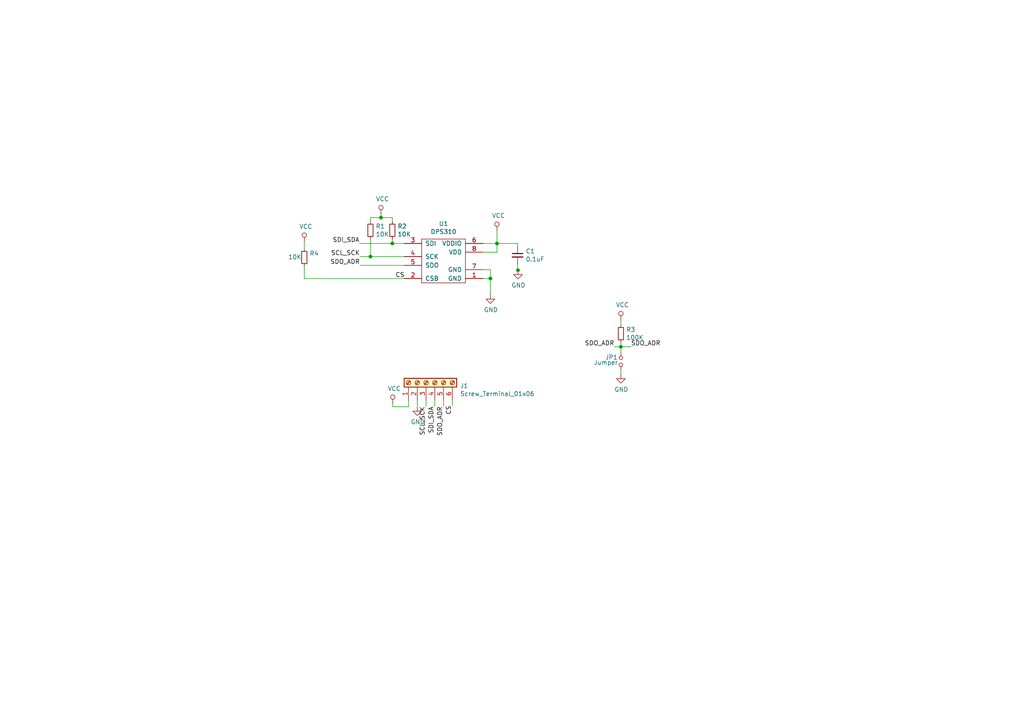
<source format=kicad_sch>
(kicad_sch (version 20211123) (generator eeschema)
  (paper "A4")
  (title_block (title "Croquette DPS310\r is optional and will set\rthe address to 0x76 instead\rDSP310") (date "2020-01-10") (rev "1.0") (company "Electronic Cats") (comment 4 "Andres Sabas"))
  (lib_symbols
    (symbol "DPS310-rescue:C_Small-Device" (pin_numbers hide) (pin_names (offset 0.254) hide)
      (property "Reference" "C" (at 0.254 1.778 0))
      (property "Value" "C_Small-Device" (at 0.254 -2.032 0))
      (symbol "C_Small-Device_0_1"
        (polyline (pts (xy -1.524 -0.508) (xy 1.524 -0.508)) (stroke (width 0.3302)))
        (polyline (pts (xy -1.524 0.508) (xy 1.524 0.508)) (stroke (width 0.3048)))
      )
      (symbol "C_Small-Device_1_1"
        (pin passive line (at 0 2.54 270) (length 2.032) (name "~") (number "1"))
        (pin passive line (at 0 -2.54 90) (length 2.032) (name "~") (number "2"))
      )
    )
    (symbol "DPS310-rescue:DPS310-electroniccats" (pin_names (offset 1.016))
      (property "Reference" "U" (at 5.08 -10.16 0))
      (property "Value" "DPS310-electroniccats" (at 0 5.08 0))
      (symbol "DPS310-electroniccats_0_1"
        (rectangle (start -6.35 3.81) (end 6.35 -8.89))
      )
      (symbol "DPS310-electroniccats_1_1"
        (pin input line (at 11.43 -7.62 180) (length 5.08) (name "GND") (number "1"))
        (pin input line (at -11.43 -7.62 0) (length 5.08) (name "CSB") (number "2"))
        (pin input line (at -11.43 2.54 0) (length 5.08) (name "SDI") (number "3"))
        (pin input line (at -11.43 -1.27 0) (length 5.08) (name "SCK") (number "4"))
        (pin input line (at -11.43 -3.81 0) (length 5.08) (name "SDO") (number "5"))
        (pin input line (at 11.43 2.54 180) (length 5.08) (name "VDDIO") (number "6"))
        (pin input line (at 11.43 -5.08 180) (length 5.08) (name "GND") (number "7"))
        (pin input line (at 11.43 0 180) (length 5.08) (name "VDD") (number "8"))
      )
    )
    (symbol "DPS310-rescue:GND-power" (power) (pin_names (offset 0))
      (property "Value" "GND-power" (at 0 -3.81 0))
      (symbol "GND-power_0_1"
        (polyline (pts (xy 0 0) (xy 0 -1.27) (xy 1.27 -1.27) (xy 0 -2.54) (xy -1.27 -1.27) (xy 0 -1.27)))
      )
      (symbol "GND-power_1_1"
        (pin power_in line (at 0 0 270) (length 0) hide (name "GND") (number "1"))
      )
    )
    (symbol "DPS310-rescue:Jumper_NO_Small-Device" (pin_numbers hide) (pin_names (offset 0.762) hide)
      (property "Reference" "JP" (at 0 2.032 0))
      (property "Value" "Jumper_NO_Small-Device" (at 0.254 -1.524 0))
      (symbol "Jumper_NO_Small-Device_0_1"
        (circle (center -1.016 0) (radius 0.508))
        (circle (center 1.016 0) (radius 0.508))
        (pin passive line (at -2.54 0 0) (length 1.016) (name "1") (number "1"))
        (pin passive line (at 2.54 0 180) (length 1.016) (name "2") (number "2"))
      )
    )
    (symbol "DPS310-rescue:R_Small-Device" (pin_numbers hide) (pin_names (offset 0.254) hide)
      (property "Reference" "R" (at 0.762 0.508 0))
      (property "Value" "R_Small-Device" (at 0.762 -1.016 0))
      (symbol "R_Small-Device_0_1"
        (rectangle (start -0.762 1.778) (end 0.762 -1.778) (stroke (width 0.2032)))
      )
      (symbol "R_Small-Device_1_1"
        (pin passive line (at 0 2.54 270) (length 0.762) (name "~") (number "1"))
        (pin passive line (at 0 -2.54 90) (length 0.762) (name "~") (number "2"))
      )
    )
    (symbol "DPS310-rescue:Screw_Terminal_01x06-Connector" (pin_names (offset 1.016) hide)
      (property "Reference" "J" (at 0 7.62 0))
      (property "Value" "Screw_Terminal_01x06-Connector" (at 0 -10.16 0))
      (symbol "Screw_Terminal_01x06-Connector_1_1"
        (rectangle (start -1.27 6.35) (end 1.27 -8.89) (stroke (width 0.254)) (fill (type background)))
        (circle (center 0 -7.62) (radius 0.635) (stroke (width 0.1524)))
        (circle (center 0 -5.08) (radius 0.635) (stroke (width 0.1524)))
        (circle (center 0 -2.54) (radius 0.635) (stroke (width 0.1524)))
        (polyline (pts (xy -0.5334 -7.2898) (xy 0.3302 -8.128)) (stroke (width 0.1524)))
        (polyline (pts (xy -0.5334 -4.7498) (xy 0.3302 -5.588)) (stroke (width 0.1524)))
        (polyline (pts (xy -0.5334 -2.2098) (xy 0.3302 -3.048)) (stroke (width 0.1524)))
        (polyline (pts (xy -0.5334 0.3302) (xy 0.3302 -0.508)) (stroke (width 0.1524)))
        (polyline (pts (xy -0.5334 2.8702) (xy 0.3302 2.032)) (stroke (width 0.1524)))
        (polyline (pts (xy -0.5334 5.4102) (xy 0.3302 4.572)) (stroke (width 0.1524)))
        (polyline (pts (xy -0.3556 -7.112) (xy 0.508 -7.9502)) (stroke (width 0.1524)))
        (polyline (pts (xy -0.3556 -4.572) (xy 0.508 -5.4102)) (stroke (width 0.1524)))
        (polyline (pts (xy -0.3556 -2.032) (xy 0.508 -2.8702)) (stroke (width 0.1524)))
        (polyline (pts (xy -0.3556 0.508) (xy 0.508 -0.3302)) (stroke (width 0.1524)))
        (polyline (pts (xy -0.3556 3.048) (xy 0.508 2.2098)) (stroke (width 0.1524)))
        (polyline (pts (xy -0.3556 5.588) (xy 0.508 4.7498)) (stroke (width 0.1524)))
        (circle (center 0 0) (radius 0.635) (stroke (width 0.1524)))
        (circle (center 0 2.54) (radius 0.635) (stroke (width 0.1524)))
        (circle (center 0 5.08) (radius 0.635) (stroke (width 0.1524)))
        (pin passive line (at -5.08 5.08 0) (length 3.81) (name "Pin_1") (number "1"))
        (pin passive line (at -5.08 2.54 0) (length 3.81) (name "Pin_2") (number "2"))
        (pin passive line (at -5.08 0 0) (length 3.81) (name "Pin_3") (number "3"))
        (pin passive line (at -5.08 -2.54 0) (length 3.81) (name "Pin_4") (number "4"))
        (pin passive line (at -5.08 -5.08 0) (length 3.81) (name "Pin_5") (number "5"))
        (pin passive line (at -5.08 -7.62 0) (length 3.81) (name "Pin_6") (number "6"))
      )
    )
    (symbol "DPS310-rescue:VCC-power" (power) (pin_names (offset 0))
      (property "Value" "VCC-power" (at 0 3.81 0))
      (symbol "VCC-power_0_1"
        (polyline (pts (xy 0 0) (xy 0 1.27)))
        (circle (center 0 1.905) (radius 0.635))
      )
      (symbol "VCC-power_1_1"
        (pin power_in line (at 0 0 90) (length 0) hide (name "VCC") (number "1"))
      )
    )
  )
  (junction (at 107.442 74.422))
  (junction (at 144.145 70.612))
  (junction (at 113.792 70.612))
  (junction (at 142.24 80.772))
  (junction (at 180.086 100.584))
  (junction (at 150.241 78.359))
  (junction (at 110.49 63.119))
  (wire (pts (xy 144.145 66.929) (xy 144.145 70.612)))
  (wire (pts (xy 180.086 107.315) (xy 180.086 108.585)))
  (wire (pts (xy 113.792 69.342) (xy 113.792 70.612)))
  (wire (pts (xy 142.24 78.232) (xy 142.24 80.772)))
  (wire (pts (xy 88.265 80.772) (xy 88.265 77.216)))
  (wire (pts (xy 113.792 63.119) (xy 113.792 64.262)))
  (wire (pts (xy 88.265 72.136) (xy 88.265 70.104)))
  (wire (pts (xy 180.086 102.235) (xy 180.086 100.584)))
  (wire (pts (xy 107.442 64.262) (xy 107.442 63.119)))
  (wire (pts (xy 110.49 63.119) (xy 113.792 63.119)))
  (wire (pts (xy 113.919 117.983) (xy 113.919 117.094)))
  (wire (pts (xy 88.265 80.772) (xy 117.221 80.772)))
  (wire (pts (xy 150.114 70.612) (xy 144.145 70.612)))
  (wire (pts (xy 107.442 74.422) (xy 107.442 69.342)))
  (wire (pts (xy 180.086 94.234) (xy 180.086 92.837)))
  (wire (pts (xy 121.031 116.078) (xy 121.031 117.983)))
  (wire (pts (xy 107.442 74.422) (xy 104.394 74.422)))
  (wire (pts (xy 150.114 78.359) (xy 150.241 78.359)))
  (wire (pts (xy 140.081 78.232) (xy 142.24 78.232)))
  (wire (pts (xy 104.394 76.962) (xy 117.221 76.962)))
  (wire (pts (xy 140.081 80.772) (xy 142.24 80.772)))
  (wire (pts (xy 144.145 70.612) (xy 144.145 73.152)))
  (wire (pts (xy 128.651 116.078) (xy 128.651 117.856)))
  (wire (pts (xy 150.114 76.581) (xy 150.114 78.359)))
  (wire (pts (xy 107.442 63.119) (xy 110.49 63.119)))
  (wire (pts (xy 140.081 70.612) (xy 144.145 70.612)))
  (wire (pts (xy 180.086 100.584) (xy 180.086 99.314)))
  (wire (pts (xy 180.086 100.584) (xy 178.181 100.584)))
  (wire (pts (xy 110.49 63.119) (xy 110.49 62.103)))
  (wire (pts (xy 104.267 70.612) (xy 113.792 70.612)))
  (wire (pts (xy 150.114 70.612) (xy 150.114 71.501)))
  (wire (pts (xy 180.086 100.584) (xy 183.007 100.584)))
  (wire (pts (xy 140.081 73.152) (xy 144.145 73.152)))
  (wire (pts (xy 118.491 117.983) (xy 113.919 117.983)))
  (wire (pts (xy 126.111 116.078) (xy 126.111 117.856)))
  (wire (pts (xy 113.792 70.612) (xy 117.221 70.612)))
  (wire (pts (xy 131.191 116.078) (xy 131.191 117.602)))
  (wire (pts (xy 118.491 116.078) (xy 118.491 117.983)))
  (wire (pts (xy 142.24 80.772) (xy 142.24 85.471)))
  (wire (pts (xy 123.571 116.078) (xy 123.571 117.856)))
  (wire (pts (xy 107.442 74.422) (xy 117.221 74.422)))
  (label "CS" (at 131.191 117.602 270))
  (label "SDO_ADR" (at 128.651 117.856 270))
  (label "SCL_SCK" (at 123.571 117.856 270))
  (label "SDO_ADR" (at 104.394 76.962 180))
  (label "SDI_SDA" (at 126.111 117.856 270))
  (label "SDO_ADR" (at 178.181 100.584 180))
  (label "SDI_SDA" (at 104.267 70.612 180))
  (label "SCL_SCK" (at 104.394 74.422 180))
  (label "CS" (at 114.681 80.772 0))
  (label "SDO_ADR" (at 183.007 100.584 0))
  (symbol (lib_id "DPS310-rescue:R_Small-Device") (at 113.792 66.802 0) (unit 1)
    (property "Reference" "R2" (at 115.2906 65.6336 0) (effects (justify left)))
    (property "Value" "10K" (at 115.2906 67.945 0) (effects (justify left)))
    (property "Footprint" "Resistor_SMD:R_0805_2012Metric_Pad1.15x1.40mm_HandSolder" (effects hide))
  )
  (symbol (lib_id "DPS310-rescue:R_Small-Device") (at 107.442 66.802 0) (unit 1)
    (property "Reference" "R1" (at 108.9406 65.6336 0) (effects (justify left)))
    (property "Value" "10K" (at 108.9406 67.945 0) (effects (justify left)))
    (property "Footprint" "Resistor_SMD:R_0805_2012Metric_Pad1.15x1.40mm_HandSolder" (effects hide))
  )
  (symbol (lib_id "DPS310-rescue:R_Small-Device") (at 180.086 96.774 0) (unit 1)
    (property "Reference" "R3" (at 181.5846 95.6056 0) (effects (justify left)))
    (property "Value" "100K" (at 181.5846 97.917 0) (effects (justify left)))
    (property "Footprint" "Resistor_SMD:R_0805_2012Metric_Pad1.15x1.40mm_HandSolder" (effects hide))
  )
  (symbol (lib_id "DPS310-rescue:C_Small-Device") (at 150.114 74.041 0) (unit 1)
    (property "Reference" "C1" (at 152.4508 72.8726 0) (effects (justify left)))
    (property "Value" "0.1uF" (at 152.4508 75.184 0) (effects (justify left)))
    (property "Footprint" "Capacitor_SMD:C_0805_2012Metric_Pad1.15x1.40mm_HandSolder" (effects hide))
  )
  (symbol (lib_id "DPS310-rescue:VCC-power") (at 113.919 117.094 0) (unit 1)
    (property "Reference" "#PWR06" (effects hide))
    (property "Value" "VCC" (at 114.3508 112.6998 0))
  )
  (symbol (lib_id "DPS310-rescue:GND-power") (at 121.031 117.983 0) (unit 1)
    (property "Reference" "#PWR07" (effects hide))
    (property "Value" "GND" (at 121.158 122.3772 0))
  )
  (symbol (lib_id "DPS310-rescue:DPS310-electroniccats") (at 128.651 73.152 0) (unit 1)
    (property "Reference" "U1" (at 128.651 64.897 0))
    (property "Value" "DPS310" (at 128.651 67.2084 0))
    (property "Footprint" "Package_LGA:Bosch_LGA-8_2x2.5mm_P0.65mm_ClockwisePinNumbering" (effects hide))
  )
  (symbol (lib_id "DPS310-rescue:GND-power") (at 150.241 78.359 0) (unit 1)
    (property "Reference" "#PWR03" (effects hide))
    (property "Value" "GND" (at 150.368 82.7532 0))
  )
  (symbol (lib_id "DPS310-rescue:VCC-power") (at 144.145 66.929 0) (unit 1)
    (property "Reference" "#PWR02" (effects hide))
    (property "Value" "VCC" (at 144.5768 62.5348 0))
  )
  (symbol (lib_id "DPS310-rescue:GND-power") (at 142.24 85.471 0) (unit 1)
    (property "Reference" "#PWR04" (effects hide))
    (property "Value" "GND" (at 142.367 89.8652 0))
  )
  (symbol (lib_id "DPS310-rescue:Jumper_NO_Small-Device") (at 180.086 104.775 270) (unit 1)
    (property "Reference" "JP1" (at 175.514 103.632 90) (effects (justify left)))
    (property "Value" "Jumper" (at 172.212 105.156 90) (effects (justify left)))
    (property "Footprint" "Jumper:SolderJumper-2_P1.3mm_Open_TrianglePad1.0x1.5mm" (effects hide))
  )
  (symbol (lib_id "DPS310-rescue:GND-power") (at 180.086 108.585 0) (unit 1)
    (property "Reference" "#PWR05" (effects hide))
    (property "Value" "GND" (at 180.213 112.9792 0))
  )
  (symbol (lib_id "DPS310-rescue:VCC-power") (at 110.49 62.103 0) (unit 1)
    (property "Reference" "#PWR01" (effects hide))
    (property "Value" "VCC" (at 110.9218 57.7088 0))
  )
  (symbol (lib_id "DPS310-rescue:Screw_Terminal_01x06-Connector") (at 123.571 110.998 90) (unit 1)
    (property "Reference" "J1" (at 133.4262 111.9124 90) (effects (justify right)))
    (property "Value" "Screw_Terminal_01x06" (at 133.4262 114.2238 90) (effects (justify right)))
    (property "Footprint" "Connector_PinHeader_2.54mm:PinHeader_1x06_P2.54mm_Vertical" (effects hide))
  )
  (symbol (lib_id "DPS310-rescue:VCC-power") (at 180.086 92.837 0) (unit 1)
    (property "Reference" "#PWR09" (effects hide))
    (property "Value" "VCC" (at 180.5178 88.4428 0))
  )
  (symbol (lib_id "DPS310-rescue:R_Small-Device") (at 88.265 74.676 0) (unit 1)
    (property "Reference" "R4" (at 89.7636 73.5076 0) (effects (justify left)))
    (property "Value" "10K" (at 83.566 74.549 0) (effects (justify left)))
    (property "Footprint" "Capacitor_SMD:C_0805_2012Metric_Pad1.15x1.40mm_HandSolder" (effects hide))
  )
  (symbol (lib_id "DPS310-rescue:VCC-power") (at 88.265 70.104 0) (unit 1)
    (property "Reference" "#PWR08" (effects hide))
    (property "Value" "VCC" (at 88.6968 65.7098 0))
  )
)
</source>
